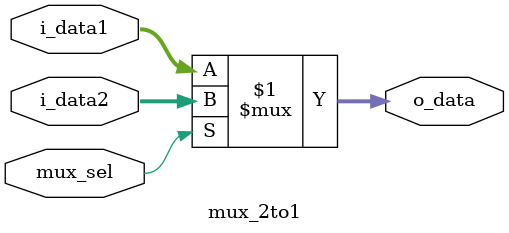
<source format=sv>
module mux_2to1 #(
  parameter DATA_WIDTH = 32
)(
  input  logic [DATA_WIDTH-1:0] i_data1, i_data2,
  input  logic                  mux_sel,
  
  output logic [DATA_WIDTH-1:0] o_data
);

  assign o_data = mux_sel ? i_data2 : i_data1;

endmodule
</source>
